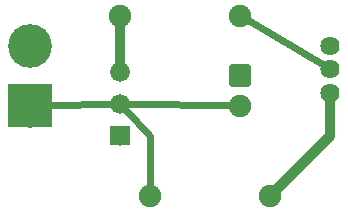
<source format=gbl>
G04 MADE WITH FRITZING*
G04 WWW.FRITZING.ORG*
G04 DOUBLE SIDED*
G04 HOLES PLATED*
G04 CONTOUR ON CENTER OF CONTOUR VECTOR*
%ASAXBY*%
%FSLAX23Y23*%
%MOIN*%
%OFA0B0*%
%SFA1.0B1.0*%
%ADD10C,0.075000*%
%ADD11C,0.066000*%
%ADD12C,0.145669*%
%ADD13C,0.064000*%
%ADD14C,0.032000*%
%ADD15C,0.024000*%
%ADD16C,0.020000*%
%ADD17R,0.001000X0.001000*%
%LNCOPPER0*%
G90*
G70*
G54D10*
X892Y480D03*
X892Y380D03*
G54D11*
X492Y280D03*
X492Y386D03*
X492Y492D03*
G54D12*
X192Y580D03*
X192Y380D03*
G54D10*
X492Y680D03*
X892Y680D03*
X592Y80D03*
X992Y80D03*
G54D13*
X1192Y580D03*
X1192Y502D03*
X1192Y423D03*
G54D14*
X1191Y280D02*
X1016Y105D01*
D02*
X1191Y393D02*
X1191Y280D01*
D02*
X492Y524D02*
X492Y646D01*
G54D15*
D02*
X517Y386D02*
X863Y381D01*
D02*
X250Y382D02*
X466Y386D01*
D02*
X509Y368D02*
X591Y280D01*
D02*
X591Y280D02*
X591Y109D01*
D02*
X1170Y514D02*
X916Y666D01*
G54D16*
X919Y453D02*
X864Y453D01*
X864Y508D01*
X919Y508D01*
X919Y453D01*
D02*
G54D17*
X119Y453D02*
X263Y453D01*
X119Y452D02*
X263Y452D01*
X119Y451D02*
X263Y451D01*
X119Y450D02*
X263Y450D01*
X119Y449D02*
X263Y449D01*
X119Y448D02*
X263Y448D01*
X119Y447D02*
X263Y447D01*
X119Y446D02*
X263Y446D01*
X119Y445D02*
X263Y445D01*
X119Y444D02*
X263Y444D01*
X119Y443D02*
X263Y443D01*
X119Y442D02*
X263Y442D01*
X119Y441D02*
X263Y441D01*
X119Y440D02*
X263Y440D01*
X119Y439D02*
X263Y439D01*
X119Y438D02*
X263Y438D01*
X119Y437D02*
X263Y437D01*
X119Y436D02*
X263Y436D01*
X119Y435D02*
X263Y435D01*
X119Y434D02*
X263Y434D01*
X119Y433D02*
X263Y433D01*
X119Y432D02*
X263Y432D01*
X119Y431D02*
X263Y431D01*
X119Y430D02*
X263Y430D01*
X119Y429D02*
X263Y429D01*
X119Y428D02*
X187Y428D01*
X195Y428D02*
X263Y428D01*
X119Y427D02*
X180Y427D01*
X202Y427D02*
X263Y427D01*
X119Y426D02*
X176Y426D01*
X206Y426D02*
X263Y426D01*
X119Y425D02*
X173Y425D01*
X208Y425D02*
X263Y425D01*
X119Y424D02*
X171Y424D01*
X211Y424D02*
X263Y424D01*
X119Y423D02*
X169Y423D01*
X213Y423D02*
X263Y423D01*
X119Y422D02*
X167Y422D01*
X215Y422D02*
X263Y422D01*
X119Y421D02*
X165Y421D01*
X216Y421D02*
X263Y421D01*
X119Y420D02*
X164Y420D01*
X218Y420D02*
X263Y420D01*
X119Y419D02*
X163Y419D01*
X219Y419D02*
X263Y419D01*
X119Y418D02*
X161Y418D01*
X221Y418D02*
X263Y418D01*
X119Y417D02*
X160Y417D01*
X222Y417D02*
X263Y417D01*
X119Y416D02*
X159Y416D01*
X223Y416D02*
X263Y416D01*
X119Y415D02*
X158Y415D01*
X224Y415D02*
X263Y415D01*
X119Y414D02*
X157Y414D01*
X225Y414D02*
X263Y414D01*
X119Y413D02*
X156Y413D01*
X226Y413D02*
X263Y413D01*
X119Y412D02*
X155Y412D01*
X227Y412D02*
X263Y412D01*
X119Y411D02*
X154Y411D01*
X228Y411D02*
X263Y411D01*
X119Y410D02*
X153Y410D01*
X229Y410D02*
X263Y410D01*
X119Y409D02*
X152Y409D01*
X229Y409D02*
X263Y409D01*
X119Y408D02*
X152Y408D01*
X230Y408D02*
X263Y408D01*
X119Y407D02*
X151Y407D01*
X231Y407D02*
X263Y407D01*
X119Y406D02*
X150Y406D01*
X231Y406D02*
X263Y406D01*
X119Y405D02*
X150Y405D01*
X232Y405D02*
X263Y405D01*
X119Y404D02*
X149Y404D01*
X233Y404D02*
X263Y404D01*
X119Y403D02*
X149Y403D01*
X233Y403D02*
X263Y403D01*
X119Y402D02*
X148Y402D01*
X234Y402D02*
X263Y402D01*
X119Y401D02*
X148Y401D01*
X234Y401D02*
X263Y401D01*
X119Y400D02*
X147Y400D01*
X235Y400D02*
X263Y400D01*
X119Y399D02*
X147Y399D01*
X235Y399D02*
X263Y399D01*
X119Y398D02*
X146Y398D01*
X235Y398D02*
X263Y398D01*
X119Y397D02*
X146Y397D01*
X236Y397D02*
X263Y397D01*
X119Y396D02*
X146Y396D01*
X236Y396D02*
X263Y396D01*
X119Y395D02*
X145Y395D01*
X236Y395D02*
X263Y395D01*
X119Y394D02*
X145Y394D01*
X237Y394D02*
X263Y394D01*
X119Y393D02*
X145Y393D01*
X237Y393D02*
X263Y393D01*
X119Y392D02*
X145Y392D01*
X237Y392D02*
X263Y392D01*
X119Y391D02*
X144Y391D01*
X237Y391D02*
X263Y391D01*
X119Y390D02*
X144Y390D01*
X238Y390D02*
X263Y390D01*
X119Y389D02*
X144Y389D01*
X238Y389D02*
X263Y389D01*
X119Y388D02*
X144Y388D01*
X238Y388D02*
X263Y388D01*
X119Y387D02*
X144Y387D01*
X238Y387D02*
X263Y387D01*
X119Y386D02*
X143Y386D01*
X238Y386D02*
X263Y386D01*
X119Y385D02*
X143Y385D01*
X238Y385D02*
X263Y385D01*
X119Y384D02*
X143Y384D01*
X238Y384D02*
X263Y384D01*
X119Y383D02*
X143Y383D01*
X238Y383D02*
X263Y383D01*
X119Y382D02*
X143Y382D01*
X239Y382D02*
X263Y382D01*
X119Y381D02*
X143Y381D01*
X239Y381D02*
X263Y381D01*
X119Y380D02*
X143Y380D01*
X239Y380D02*
X263Y380D01*
X119Y379D02*
X143Y379D01*
X238Y379D02*
X263Y379D01*
X119Y378D02*
X143Y378D01*
X238Y378D02*
X263Y378D01*
X119Y377D02*
X143Y377D01*
X238Y377D02*
X263Y377D01*
X119Y376D02*
X143Y376D01*
X238Y376D02*
X263Y376D01*
X119Y375D02*
X144Y375D01*
X238Y375D02*
X263Y375D01*
X119Y374D02*
X144Y374D01*
X238Y374D02*
X263Y374D01*
X119Y373D02*
X144Y373D01*
X238Y373D02*
X263Y373D01*
X119Y372D02*
X144Y372D01*
X238Y372D02*
X263Y372D01*
X119Y371D02*
X144Y371D01*
X238Y371D02*
X263Y371D01*
X119Y370D02*
X144Y370D01*
X237Y370D02*
X263Y370D01*
X119Y369D02*
X145Y369D01*
X237Y369D02*
X263Y369D01*
X119Y368D02*
X145Y368D01*
X237Y368D02*
X263Y368D01*
X119Y367D02*
X145Y367D01*
X236Y367D02*
X263Y367D01*
X119Y366D02*
X146Y366D01*
X236Y366D02*
X263Y366D01*
X119Y365D02*
X146Y365D01*
X236Y365D02*
X263Y365D01*
X119Y364D02*
X146Y364D01*
X235Y364D02*
X263Y364D01*
X119Y363D02*
X147Y363D01*
X235Y363D02*
X263Y363D01*
X119Y362D02*
X147Y362D01*
X235Y362D02*
X263Y362D01*
X119Y361D02*
X148Y361D01*
X234Y361D02*
X263Y361D01*
X119Y360D02*
X148Y360D01*
X234Y360D02*
X263Y360D01*
X119Y359D02*
X149Y359D01*
X233Y359D02*
X263Y359D01*
X119Y358D02*
X149Y358D01*
X233Y358D02*
X263Y358D01*
X119Y357D02*
X150Y357D01*
X232Y357D02*
X263Y357D01*
X119Y356D02*
X150Y356D01*
X231Y356D02*
X263Y356D01*
X119Y355D02*
X151Y355D01*
X231Y355D02*
X263Y355D01*
X119Y354D02*
X152Y354D01*
X230Y354D02*
X263Y354D01*
X119Y353D02*
X152Y353D01*
X229Y353D02*
X263Y353D01*
X119Y352D02*
X153Y352D01*
X229Y352D02*
X263Y352D01*
X119Y351D02*
X154Y351D01*
X228Y351D02*
X263Y351D01*
X119Y350D02*
X155Y350D01*
X227Y350D02*
X263Y350D01*
X119Y349D02*
X156Y349D01*
X226Y349D02*
X263Y349D01*
X119Y348D02*
X157Y348D01*
X225Y348D02*
X263Y348D01*
X119Y347D02*
X158Y347D01*
X224Y347D02*
X263Y347D01*
X119Y346D02*
X159Y346D01*
X223Y346D02*
X263Y346D01*
X119Y345D02*
X160Y345D01*
X222Y345D02*
X263Y345D01*
X119Y344D02*
X161Y344D01*
X221Y344D02*
X263Y344D01*
X119Y343D02*
X162Y343D01*
X219Y343D02*
X263Y343D01*
X119Y342D02*
X164Y342D01*
X218Y342D02*
X263Y342D01*
X119Y341D02*
X165Y341D01*
X217Y341D02*
X263Y341D01*
X119Y340D02*
X167Y340D01*
X215Y340D02*
X263Y340D01*
X119Y339D02*
X169Y339D01*
X213Y339D02*
X263Y339D01*
X119Y338D02*
X171Y338D01*
X211Y338D02*
X263Y338D01*
X119Y337D02*
X173Y337D01*
X209Y337D02*
X263Y337D01*
X119Y336D02*
X176Y336D01*
X206Y336D02*
X263Y336D01*
X119Y335D02*
X180Y335D01*
X202Y335D02*
X263Y335D01*
X119Y334D02*
X185Y334D01*
X197Y334D02*
X263Y334D01*
X119Y333D02*
X263Y333D01*
X119Y332D02*
X263Y332D01*
X119Y331D02*
X263Y331D01*
X119Y330D02*
X263Y330D01*
X119Y329D02*
X263Y329D01*
X119Y328D02*
X263Y328D01*
X119Y327D02*
X263Y327D01*
X119Y326D02*
X263Y326D01*
X119Y325D02*
X263Y325D01*
X119Y324D02*
X263Y324D01*
X119Y323D02*
X263Y323D01*
X119Y322D02*
X263Y322D01*
X119Y321D02*
X263Y321D01*
X119Y320D02*
X263Y320D01*
X119Y319D02*
X263Y319D01*
X119Y318D02*
X263Y318D01*
X119Y317D02*
X263Y317D01*
X119Y316D02*
X263Y316D01*
X119Y315D02*
X263Y315D01*
X119Y314D02*
X263Y314D01*
X119Y313D02*
X263Y313D01*
X458Y313D02*
X523Y313D01*
X119Y312D02*
X263Y312D01*
X458Y312D02*
X523Y312D01*
X119Y311D02*
X263Y311D01*
X458Y311D02*
X523Y311D01*
X119Y310D02*
X263Y310D01*
X458Y310D02*
X523Y310D01*
X119Y309D02*
X263Y309D01*
X458Y309D02*
X523Y309D01*
X458Y308D02*
X523Y308D01*
X458Y307D02*
X523Y307D01*
X458Y306D02*
X523Y306D01*
X458Y305D02*
X523Y305D01*
X458Y304D02*
X523Y304D01*
X458Y303D02*
X523Y303D01*
X458Y302D02*
X523Y302D01*
X458Y301D02*
X523Y301D01*
X458Y300D02*
X523Y300D01*
X458Y299D02*
X523Y299D01*
X458Y298D02*
X523Y298D01*
X458Y297D02*
X523Y297D01*
X458Y296D02*
X523Y296D01*
X458Y295D02*
X487Y295D01*
X495Y295D02*
X523Y295D01*
X458Y294D02*
X484Y294D01*
X497Y294D02*
X523Y294D01*
X458Y293D02*
X482Y293D01*
X499Y293D02*
X523Y293D01*
X458Y292D02*
X481Y292D01*
X500Y292D02*
X523Y292D01*
X458Y291D02*
X480Y291D01*
X502Y291D02*
X523Y291D01*
X458Y290D02*
X479Y290D01*
X502Y290D02*
X523Y290D01*
X458Y289D02*
X478Y289D01*
X503Y289D02*
X523Y289D01*
X458Y288D02*
X478Y288D01*
X504Y288D02*
X523Y288D01*
X458Y287D02*
X477Y287D01*
X504Y287D02*
X523Y287D01*
X458Y286D02*
X477Y286D01*
X505Y286D02*
X523Y286D01*
X458Y285D02*
X476Y285D01*
X505Y285D02*
X523Y285D01*
X458Y284D02*
X476Y284D01*
X505Y284D02*
X523Y284D01*
X458Y283D02*
X476Y283D01*
X505Y283D02*
X523Y283D01*
X458Y282D02*
X476Y282D01*
X506Y282D02*
X523Y282D01*
X458Y281D02*
X476Y281D01*
X506Y281D02*
X523Y281D01*
X458Y280D02*
X476Y280D01*
X506Y280D02*
X523Y280D01*
X458Y279D02*
X476Y279D01*
X505Y279D02*
X523Y279D01*
X458Y278D02*
X476Y278D01*
X505Y278D02*
X523Y278D01*
X458Y277D02*
X476Y277D01*
X505Y277D02*
X523Y277D01*
X458Y276D02*
X477Y276D01*
X505Y276D02*
X523Y276D01*
X458Y275D02*
X477Y275D01*
X504Y275D02*
X523Y275D01*
X458Y274D02*
X478Y274D01*
X504Y274D02*
X523Y274D01*
X458Y273D02*
X478Y273D01*
X503Y273D02*
X523Y273D01*
X458Y272D02*
X479Y272D01*
X502Y272D02*
X523Y272D01*
X458Y271D02*
X480Y271D01*
X502Y271D02*
X523Y271D01*
X458Y270D02*
X481Y270D01*
X501Y270D02*
X523Y270D01*
X458Y269D02*
X482Y269D01*
X499Y269D02*
X523Y269D01*
X458Y268D02*
X484Y268D01*
X498Y268D02*
X523Y268D01*
X458Y267D02*
X486Y267D01*
X495Y267D02*
X523Y267D01*
X458Y266D02*
X523Y266D01*
X458Y265D02*
X523Y265D01*
X458Y264D02*
X523Y264D01*
X458Y263D02*
X523Y263D01*
X458Y262D02*
X523Y262D01*
X458Y261D02*
X523Y261D01*
X458Y260D02*
X523Y260D01*
X458Y259D02*
X523Y259D01*
X458Y258D02*
X523Y258D01*
X458Y257D02*
X523Y257D01*
X458Y256D02*
X523Y256D01*
X458Y255D02*
X523Y255D01*
X458Y254D02*
X523Y254D01*
X458Y253D02*
X523Y253D01*
X458Y252D02*
X523Y252D01*
X458Y251D02*
X523Y251D01*
X458Y250D02*
X523Y250D01*
X458Y249D02*
X523Y249D01*
X459Y248D02*
X523Y248D01*
D02*
G04 End of Copper0*
M02*
</source>
